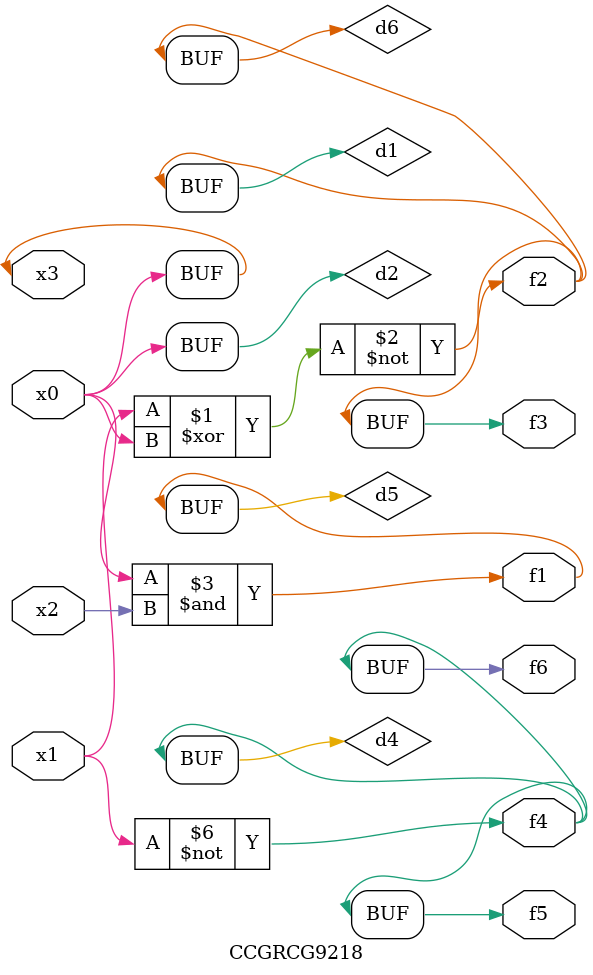
<source format=v>
module CCGRCG9218(
	input x0, x1, x2, x3,
	output f1, f2, f3, f4, f5, f6
);

	wire d1, d2, d3, d4, d5, d6;

	xnor (d1, x1, x3);
	buf (d2, x0, x3);
	nand (d3, x0, x2);
	not (d4, x1);
	nand (d5, d3);
	or (d6, d1);
	assign f1 = d5;
	assign f2 = d6;
	assign f3 = d6;
	assign f4 = d4;
	assign f5 = d4;
	assign f6 = d4;
endmodule

</source>
